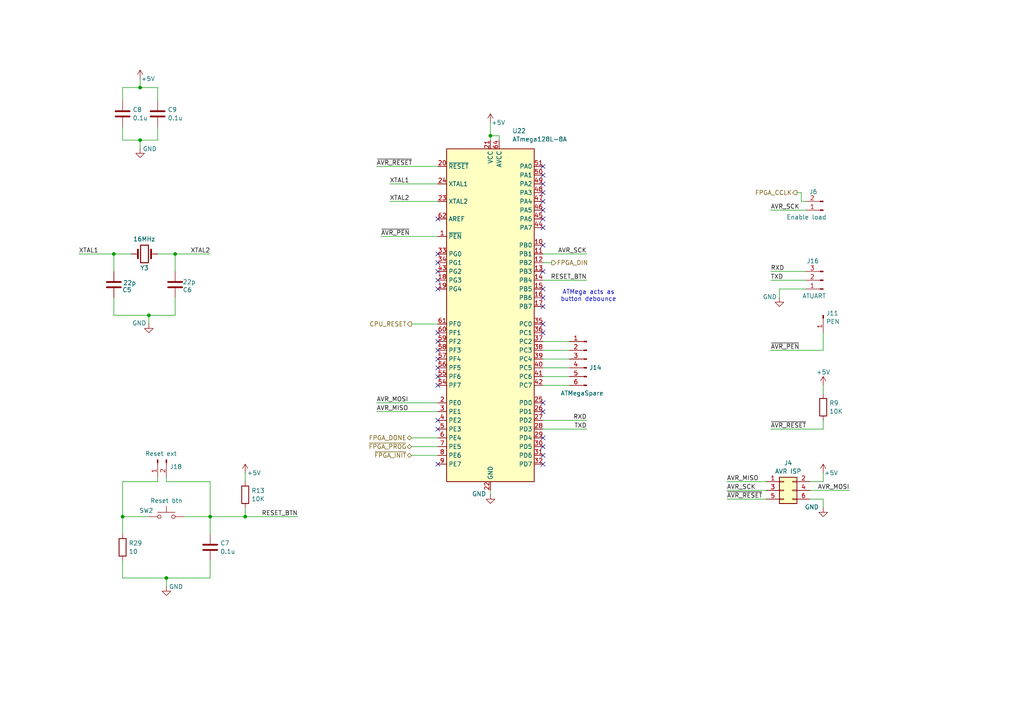
<source format=kicad_sch>
(kicad_sch (version 20250114) (generator "eeschema") (generator_version "9.0")
  (paper "A4")
  (title_block (title "486 Homebrew Computer") (date "2025-12-15") (rev "1 (sch 2.0)") (company "maniek86.xyz"))
  (lib_symbols
    (symbol "Connector:Conn_01x01_Pin" (pin_names (offset 1.016) (hide yes))
      (property "Reference" "J" (at 0 2.54 0))
      (property "Value" "Conn_01x01_Pin" (at 0 -2.54 0))
      (symbol "Conn_01x01_Pin_1_1"
        (rectangle (start 0.8636 0.127) (end 0 -0.127) (stroke (width 0.1524)) (fill (type outline)))
        (polyline (pts (xy 1.27 0) (xy 0.8636 0)) (stroke (width 0.1524)))
        (pin passive line (at 5.08 0 180) (length 3.81) (name "Pin_1") (number "1"))
      )
    )
    (symbol "Connector:Conn_01x02_Pin" (pin_names (offset 1.016) (hide yes))
      (property "Reference" "J" (at 0 2.54 0))
      (property "Value" "Conn_01x02_Pin" (at 0 -5.08 0))
      (symbol "Conn_01x02_Pin_1_1"
        (rectangle (start 0.8636 0.127) (end 0 -0.127) (stroke (width 0.1524)) (fill (type outline)))
        (rectangle (start 0.8636 -2.413) (end 0 -2.667) (stroke (width 0.1524)) (fill (type outline)))
        (polyline (pts (xy 1.27 0) (xy 0.8636 0)) (stroke (width 0.1524)))
        (polyline (pts (xy 1.27 -2.54) (xy 0.8636 -2.54)) (stroke (width 0.1524)))
        (pin passive line (at 5.08 0 180) (length 3.81) (name "Pin_1") (number "1"))
        (pin passive line (at 5.08 -2.54 180) (length 3.81) (name "Pin_2") (number "2"))
      )
    )
    (symbol "Connector:Conn_01x03_Pin" (pin_names (offset 1.016) (hide yes))
      (property "Reference" "J" (at 0 5.08 0))
      (property "Value" "Conn_01x03_Pin" (at 0 -5.08 0))
      (symbol "Conn_01x03_Pin_1_1"
        (rectangle (start 0.8636 2.667) (end 0 2.413) (stroke (width 0.1524)) (fill (type outline)))
        (rectangle (start 0.8636 0.127) (end 0 -0.127) (stroke (width 0.1524)) (fill (type outline)))
        (rectangle (start 0.8636 -2.413) (end 0 -2.667) (stroke (width 0.1524)) (fill (type outline)))
        (polyline (pts (xy 1.27 2.54) (xy 0.8636 2.54)) (stroke (width 0.1524)))
        (polyline (pts (xy 1.27 0) (xy 0.8636 0)) (stroke (width 0.1524)))
        (polyline (pts (xy 1.27 -2.54) (xy 0.8636 -2.54)) (stroke (width 0.1524)))
        (pin passive line (at 5.08 2.54 180) (length 3.81) (name "Pin_1") (number "1"))
        (pin passive line (at 5.08 0 180) (length 3.81) (name "Pin_2") (number "2"))
        (pin passive line (at 5.08 -2.54 180) (length 3.81) (name "Pin_3") (number "3"))
      )
    )
    (symbol "Connector:Conn_01x06_Pin" (pin_names (offset 1.016) (hide yes))
      (property "Reference" "J" (at 0 7.62 0))
      (property "Value" "Conn_01x06_Pin" (at 0 -10.16 0))
      (symbol "Conn_01x06_Pin_1_1"
        (rectangle (start 0.8636 5.207) (end 0 4.953) (stroke (width 0.1524)) (fill (type outline)))
        (rectangle (start 0.8636 2.667) (end 0 2.413) (stroke (width 0.1524)) (fill (type outline)))
        (rectangle (start 0.8636 0.127) (end 0 -0.127) (stroke (width 0.1524)) (fill (type outline)))
        (rectangle (start 0.8636 -2.413) (end 0 -2.667) (stroke (width 0.1524)) (fill (type outline)))
        (rectangle (start 0.8636 -4.953) (end 0 -5.207) (stroke (width 0.1524)) (fill (type outline)))
        (rectangle (start 0.8636 -7.493) (end 0 -7.747) (stroke (width 0.1524)) (fill (type outline)))
        (polyline (pts (xy 1.27 5.08) (xy 0.8636 5.08)) (stroke (width 0.1524)))
        (polyline (pts (xy 1.27 2.54) (xy 0.8636 2.54)) (stroke (width 0.1524)))
        (polyline (pts (xy 1.27 0) (xy 0.8636 0)) (stroke (width 0.1524)))
        (polyline (pts (xy 1.27 -2.54) (xy 0.8636 -2.54)) (stroke (width 0.1524)))
        (polyline (pts (xy 1.27 -5.08) (xy 0.8636 -5.08)) (stroke (width 0.1524)))
        (polyline (pts (xy 1.27 -7.62) (xy 0.8636 -7.62)) (stroke (width 0.1524)))
        (pin passive line (at 5.08 5.08 180) (length 3.81) (name "Pin_1") (number "1"))
        (pin passive line (at 5.08 2.54 180) (length 3.81) (name "Pin_2") (number "2"))
        (pin passive line (at 5.08 0 180) (length 3.81) (name "Pin_3") (number "3"))
        (pin passive line (at 5.08 -2.54 180) (length 3.81) (name "Pin_4") (number "4"))
        (pin passive line (at 5.08 -5.08 180) (length 3.81) (name "Pin_5") (number "5"))
        (pin passive line (at 5.08 -7.62 180) (length 3.81) (name "Pin_6") (number "6"))
      )
    )
    (symbol "Connector_Generic:Conn_02x03_Odd_Even" (pin_names (offset 1.016) (hide yes))
      (property "Reference" "J" (at 1.27 5.08 0))
      (property "Value" "Conn_02x03_Odd_Even" (at 1.27 -5.08 0))
      (symbol "Conn_02x03_Odd_Even_1_1"
        (rectangle (start -1.27 3.81) (end 3.81 -3.81) (stroke (width 0.254)) (fill (type background)))
        (rectangle (start -1.27 2.667) (end 0 2.413) (stroke (width 0.1524)))
        (rectangle (start -1.27 0.127) (end 0 -0.127) (stroke (width 0.1524)))
        (rectangle (start -1.27 -2.413) (end 0 -2.667) (stroke (width 0.1524)))
        (rectangle (start 3.81 2.667) (end 2.54 2.413) (stroke (width 0.1524)))
        (rectangle (start 3.81 0.127) (end 2.54 -0.127) (stroke (width 0.1524)))
        (rectangle (start 3.81 -2.413) (end 2.54 -2.667) (stroke (width 0.1524)))
        (pin passive line (at -5.08 2.54 0) (length 3.81) (name "Pin_1") (number "1"))
        (pin passive line (at -5.08 0 0) (length 3.81) (name "Pin_3") (number "3"))
        (pin passive line (at -5.08 -2.54 0) (length 3.81) (name "Pin_5") (number "5"))
        (pin passive line (at 7.62 2.54 180) (length 3.81) (name "Pin_2") (number "2"))
        (pin passive line (at 7.62 0 180) (length 3.81) (name "Pin_4") (number "4"))
        (pin passive line (at 7.62 -2.54 180) (length 3.81) (name "Pin_6") (number "6"))
      )
    )
    (symbol "Device:C" (pin_numbers (hide yes)) (pin_names (offset 0.254))
      (property "Reference" "C" (at 0.635 2.54 0))
      (property "Value" "C" (at 0.635 -2.54 0))
      (symbol "C_0_1"
        (polyline (pts (xy -2.032 0.762) (xy 2.032 0.762)) (stroke (width 0.508)))
        (polyline (pts (xy -2.032 -0.762) (xy 2.032 -0.762)) (stroke (width 0.508)))
      )
      (symbol "C_1_1"
        (pin passive line (at 0 3.81 270) (length 2.794) (name "~") (number "1"))
        (pin passive line (at 0 -3.81 90) (length 2.794) (name "~") (number "2"))
      )
    )
    (symbol "Device:Crystal" (pin_numbers (hide yes)) (pin_names (offset 1.016) (hide yes))
      (property "Reference" "Y" (at 0 3.81 0))
      (property "Value" "Crystal" (at 0 -3.81 0))
      (symbol "Crystal_0_1"
        (polyline (pts (xy -2.54 0) (xy -1.905 0)))
        (polyline (pts (xy -1.905 -1.27) (xy -1.905 1.27)) (stroke (width 0.508)))
        (rectangle (start -1.143 2.54) (end 1.143 -2.54) (stroke (width 0.3048)))
        (polyline (pts (xy 1.905 -1.27) (xy 1.905 1.27)) (stroke (width 0.508)))
        (polyline (pts (xy 2.54 0) (xy 1.905 0)))
      )
      (symbol "Crystal_1_1"
        (pin passive line (at -3.81 0 0) (length 1.27) (name "1") (number "1"))
        (pin passive line (at 3.81 0 180) (length 1.27) (name "2") (number "2"))
      )
    )
    (symbol "Device:R" (pin_numbers (hide yes)) (pin_names (offset 0))
      (property "Reference" "R" (at 2.032 0 90))
      (property "Value" "R" (at 0 0 90))
      (symbol "R_0_1"
        (rectangle (start -1.016 -2.54) (end 1.016 2.54) (stroke (width 0.254)))
      )
      (symbol "R_1_1"
        (pin passive line (at 0 3.81 270) (length 1.27) (name "~") (number "1"))
        (pin passive line (at 0 -3.81 90) (length 1.27) (name "~") (number "2"))
      )
    )
    (symbol "MCU_Microchip_ATmega:ATmega128L-8A"
      (property "Reference" "U" (at -12.7 49.53 0))
      (property "Value" "ATmega128L-8A" (at 2.54 -49.53 0))
      (symbol "ATmega128L-8A_0_1"
        (rectangle (start -12.7 -48.26) (end 12.7 48.26) (stroke (width 0.254)) (fill (type background)))
      )
      (symbol "ATmega128L-8A_1_1"
        (pin input line (at -15.24 43.18 0) (length 2.54) (name "~{RESET}") (number "20"))
        (pin input line (at -15.24 38.1 0) (length 2.54) (name "XTAL1") (number "24"))
        (pin output line (at -15.24 33.02 0) (length 2.54) (name "XTAL2") (number "23"))
        (pin passive line (at -15.24 27.94 0) (length 2.54) (name "AREF") (number "62"))
        (pin input line (at -15.24 22.86 0) (length 2.54) (name "~{PEN}") (number "1"))
        (pin bidirectional line (at -15.24 17.78 0) (length 2.54) (name "PG0") (number "33"))
        (pin bidirectional line (at -15.24 15.24 0) (length 2.54) (name "PG1") (number "34"))
        (pin bidirectional line (at -15.24 12.7 0) (length 2.54) (name "PG2") (number "43"))
        (pin bidirectional line (at -15.24 10.16 0) (length 2.54) (name "PG3") (number "18"))
        (pin bidirectional line (at -15.24 7.62 0) (length 2.54) (name "PG4") (number "19"))
        (pin bidirectional line (at -15.24 -2.54 0) (length 2.54) (name "PF0") (number "61"))
        (pin bidirectional line (at -15.24 -5.08 0) (length 2.54) (name "PF1") (number "60"))
        (pin bidirectional line (at -15.24 -7.62 0) (length 2.54) (name "PF2") (number "59"))
        (pin bidirectional line (at -15.24 -10.16 0) (length 2.54) (name "PF3") (number "58"))
        (pin bidirectional line (at -15.24 -12.7 0) (length 2.54) (name "PF4") (number "57"))
        (pin bidirectional line (at -15.24 -15.24 0) (length 2.54) (name "PF5") (number "56"))
        (pin bidirectional line (at -15.24 -17.78 0) (length 2.54) (name "PF6") (number "55"))
        (pin bidirectional line (at -15.24 -20.32 0) (length 2.54) (name "PF7") (number "54"))
        (pin bidirectional line (at -15.24 -25.4 0) (length 2.54) (name "PE0") (number "2"))
        (pin bidirectional line (at -15.24 -27.94 0) (length 2.54) (name "PE1") (number "3"))
        (pin bidirectional line (at -15.24 -30.48 0) (length 2.54) (name "PE2") (number "4"))
        (pin bidirectional line (at -15.24 -33.02 0) (length 2.54) (name "PE3") (number "5"))
        (pin bidirectional line (at -15.24 -35.56 0) (length 2.54) (name "PE4") (number "6"))
        (pin bidirectional line (at -15.24 -38.1 0) (length 2.54) (name "PE5") (number "7"))
        (pin bidirectional line (at -15.24 -40.64 0) (length 2.54) (name "PE6") (number "8"))
        (pin bidirectional line (at -15.24 -43.18 0) (length 2.54) (name "PE7") (number "9"))
        (pin power_in line (at 0 50.8 270) (length 2.54) (name "VCC") (number "21"))
        (pin passive line (at 0 50.8 270) (length 2.54) (hide yes) (name "VCC") (number "52"))
        (pin power_in line (at 0 -50.8 90) (length 2.54) (name "GND") (number "22"))
        (pin passive line (at 0 -50.8 90) (length 2.54) (hide yes) (name "GND") (number "53"))
        (pin passive line (at 0 -50.8 90) (length 2.54) (hide yes) (name "GND") (number "63"))
        (pin power_in line (at 2.54 50.8 270) (length 2.54) (name "AVCC") (number "64"))
        (pin bidirectional line (at 15.24 43.18 180) (length 2.54) (name "PA0") (number "51"))
        (pin bidirectional line (at 15.24 40.64 180) (length 2.54) (name "PA1") (number "50"))
        (pin bidirectional line (at 15.24 38.1 180) (length 2.54) (name "PA2") (number "49"))
        (pin bidirectional line (at 15.24 35.56 180) (length 2.54) (name "PA3") (number "48"))
        (pin bidirectional line (at 15.24 33.02 180) (length 2.54) (name "PA4") (number "47"))
        (pin bidirectional line (at 15.24 30.48 180) (length 2.54) (name "PA5") (number "46"))
        (pin bidirectional line (at 15.24 27.94 180) (length 2.54) (name "PA6") (number "45"))
        (pin bidirectional line (at 15.24 25.4 180) (length 2.54) (name "PA7") (number "44"))
        (pin bidirectional line (at 15.24 20.32 180) (length 2.54) (name "PB0") (number "10"))
        (pin bidirectional line (at 15.24 17.78 180) (length 2.54) (name "PB1") (number "11"))
        (pin bidirectional line (at 15.24 15.24 180) (length 2.54) (name "PB2") (number "12"))
        (pin bidirectional line (at 15.24 12.7 180) (length 2.54) (name "PB3") (number "13"))
        (pin bidirectional line (at 15.24 10.16 180) (length 2.54) (name "PB4") (number "14"))
        (pin bidirectional line (at 15.24 7.62 180) (length 2.54) (name "PB5") (number "15"))
        (pin bidirectional line (at 15.24 5.08 180) (length 2.54) (name "PB6") (number "16"))
        (pin bidirectional line (at 15.24 2.54 180) (length 2.54) (name "PB7") (number "17"))
        (pin bidirectional line (at 15.24 -2.54 180) (length 2.54) (name "PC0") (number "35"))
        (pin bidirectional line (at 15.24 -5.08 180) (length 2.54) (name "PC1") (number "36"))
        (pin bidirectional line (at 15.24 -7.62 180) (length 2.54) (name "PC2") (number "37"))
        (pin bidirectional line (at 15.24 -10.16 180) (length 2.54) (name "PC3") (number "38"))
        (pin bidirectional line (at 15.24 -12.7 180) (length 2.54) (name "PC4") (number "39"))
        (pin bidirectional line (at 15.24 -15.24 180) (length 2.54) (name "PC5") (number "40"))
        (pin bidirectional line (at 15.24 -17.78 180) (length 2.54) (name "PC6") (number "41"))
        (pin bidirectional line (at 15.24 -20.32 180) (length 2.54) (name "PC7") (number "42"))
        (pin bidirectional line (at 15.24 -25.4 180) (length 2.54) (name "PD0") (number "25"))
        (pin bidirectional line (at 15.24 -27.94 180) (length 2.54) (name "PD1") (number "26"))
        (pin bidirectional line (at 15.24 -30.48 180) (length 2.54) (name "PD2") (number "27"))
        (pin bidirectional line (at 15.24 -33.02 180) (length 2.54) (name "PD3") (number "28"))
        (pin bidirectional line (at 15.24 -35.56 180) (length 2.54) (name "PD4") (number "29"))
        (pin bidirectional line (at 15.24 -38.1 180) (length 2.54) (name "PD5") (number "30"))
        (pin bidirectional line (at 15.24 -40.64 180) (length 2.54) (name "PD6") (number "31"))
        (pin bidirectional line (at 15.24 -43.18 180) (length 2.54) (name "PD7") (number "32"))
      )
    )
    (symbol "Switch:SW_Push" (pin_numbers (hide yes)) (pin_names (offset 1.016) (hide yes))
      (property "Reference" "SW" (at 1.27 2.54 0))
      (property "Value" "SW_Push" (at 0 -1.524 0))
      (symbol "SW_Push_0_1"
        (circle (center -2.032 0) (radius 0.508))
        (polyline (pts (xy 0 1.27) (xy 0 3.048)))
        (circle (center 2.032 0) (radius 0.508))
        (polyline (pts (xy 2.54 1.27) (xy -2.54 1.27)))
        (pin passive line (at -5.08 0 0) (length 2.54) (name "1") (number "1"))
        (pin passive line (at 5.08 0 180) (length 2.54) (name "2") (number "2"))
      )
    )
    (symbol "power:+5V" (power) (pin_numbers (hide yes)) (pin_names (offset 0) (hide yes))
      (property "Value" "+5V" (at 0 3.556 0))
      (symbol "+5V_0_1"
        (polyline (pts (xy -0.762 1.27) (xy 0 2.54)))
        (polyline (pts (xy 0 2.54) (xy 0.762 1.27)))
        (polyline (pts (xy 0 0) (xy 0 2.54)))
      )
      (symbol "+5V_1_1"
        (pin power_in line (at 0 0 90) (length 0) (name "~") (number "1"))
      )
    )
    (symbol "power:GND" (power) (pin_numbers (hide yes)) (pin_names (offset 0) (hide yes))
      (property "Value" "GND" (at 0 -3.81 0))
      (symbol "GND_0_1"
        (polyline (pts (xy 0 0) (xy 0 -1.27) (xy 1.27 -1.27) (xy 0 -2.54) (xy -1.27 -1.27) (xy 0 -1.27)))
      )
      (symbol "GND_1_1"
        (pin power_in line (at 0 0 270) (length 0) (name "~") (number "1"))
      )
    )
  )
  (text "ATMega acts as\nbutton debounce" (at 170.688 85.852 0) (effects (font (size 1.27 1.27))))
  (junction (at 40.64 25.4))
  (junction (at 71.12 149.86))
  (junction (at 40.64 40.64))
  (junction (at 60.96 149.86))
  (junction (at 50.8 73.66))
  (junction (at 48.26 167.64))
  (junction (at 142.24 39.37))
  (junction (at 35.56 149.86))
  (junction (at 33.02 73.66))
  (junction (at 43.18 91.44))
  (no_connect (at 157.48 53.34))
  (no_connect (at 157.48 88.9))
  (no_connect (at 157.48 66.04))
  (no_connect (at 157.48 127))
  (no_connect (at 127 101.6))
  (no_connect (at 157.48 116.84))
  (no_connect (at 157.48 63.5))
  (no_connect (at 127 109.22))
  (no_connect (at 127 106.68))
  (no_connect (at 157.48 55.88))
  (no_connect (at 127 121.92))
  (no_connect (at 157.48 119.38))
  (no_connect (at 157.48 96.52))
  (no_connect (at 127 73.66))
  (no_connect (at 127 83.82))
  (no_connect (at 157.48 93.98))
  (no_connect (at 157.48 132.08))
  (no_connect (at 127 81.28))
  (no_connect (at 157.48 83.82))
  (no_connect (at 157.48 50.8))
  (no_connect (at 157.48 60.96))
  (no_connect (at 127 104.14))
  (no_connect (at 157.48 71.12))
  (no_connect (at 127 124.46))
  (no_connect (at 127 96.52))
  (no_connect (at 157.48 78.74))
  (no_connect (at 127 134.62))
  (no_connect (at 127 63.5))
  (no_connect (at 157.48 48.26))
  (no_connect (at 127 111.76))
  (no_connect (at 157.48 134.62))
  (no_connect (at 127 99.06))
  (no_connect (at 157.48 129.54))
  (no_connect (at 157.48 58.42))
  (no_connect (at 127 76.2))
  (no_connect (at 127 78.74))
  (no_connect (at 157.48 86.36))
  (wire (pts (xy 142.24 39.37) (xy 144.78 39.37)))
  (wire (pts (xy 238.76 121.92) (xy 238.76 124.46)))
  (wire (pts (xy 45.72 36.83) (xy 45.72 40.64)))
  (wire (pts (xy 71.12 149.86) (xy 86.36 149.86)))
  (wire (pts (xy 210.82 144.78) (xy 222.25 144.78)))
  (wire (pts (xy 45.72 73.66) (xy 50.8 73.66)))
  (wire (pts (xy 223.52 101.6) (xy 238.76 101.6)))
  (wire (pts (xy 113.03 53.34) (xy 127 53.34)))
  (wire (pts (xy 157.48 76.2) (xy 160.02 76.2)))
  (wire (pts (xy 142.24 35.56) (xy 142.24 39.37)))
  (wire (pts (xy 223.52 124.46) (xy 238.76 124.46)))
  (wire (pts (xy 119.38 127) (xy 127 127)))
  (wire (pts (xy 234.95 139.7) (xy 238.76 139.7)))
  (wire (pts (xy 33.02 91.44) (xy 33.02 86.36)))
  (wire (pts (xy 43.18 91.44) (xy 33.02 91.44)))
  (wire (pts (xy 231.14 55.88) (xy 232.41 55.88)))
  (wire (pts (xy 35.56 36.83) (xy 35.56 40.64)))
  (wire (pts (xy 226.06 83.82) (xy 226.06 86.36)))
  (wire (pts (xy 109.22 48.26) (xy 127 48.26)))
  (wire (pts (xy 157.48 124.46) (xy 170.18 124.46)))
  (wire (pts (xy 142.24 39.37) (xy 142.24 40.64)))
  (wire (pts (xy 157.48 73.66) (xy 170.18 73.66)))
  (wire (pts (xy 232.41 55.88) (xy 232.41 58.42)))
  (wire (pts (xy 53.34 149.86) (xy 60.96 149.86)))
  (wire (pts (xy 165.1 101.6) (xy 157.48 101.6)))
  (wire (pts (xy 48.26 167.64) (xy 60.96 167.64)))
  (wire (pts (xy 35.56 162.56) (xy 35.56 167.64)))
  (wire (pts (xy 157.48 121.92) (xy 170.18 121.92)))
  (wire (pts (xy 40.64 22.86) (xy 40.64 25.4)))
  (wire (pts (xy 234.95 142.24) (xy 246.38 142.24)))
  (wire (pts (xy 109.22 119.38) (xy 127 119.38)))
  (wire (pts (xy 33.02 78.74) (xy 33.02 73.66)))
  (wire (pts (xy 35.56 149.86) (xy 35.56 154.94)))
  (wire (pts (xy 50.8 78.74) (xy 50.8 73.66)))
  (wire (pts (xy 223.52 81.28) (xy 233.68 81.28)))
  (wire (pts (xy 223.52 60.96) (xy 233.68 60.96)))
  (wire (pts (xy 48.26 170.18) (xy 48.26 167.64)))
  (wire (pts (xy 234.95 144.78) (xy 238.76 144.78)))
  (wire (pts (xy 40.64 40.64) (xy 40.64 43.18)))
  (wire (pts (xy 165.1 111.76) (xy 157.48 111.76)))
  (wire (pts (xy 60.96 162.56) (xy 60.96 167.64)))
  (wire (pts (xy 35.56 25.4) (xy 40.64 25.4)))
  (wire (pts (xy 40.64 40.64) (xy 35.56 40.64)))
  (wire (pts (xy 45.72 139.7) (xy 35.56 139.7)))
  (wire (pts (xy 144.78 39.37) (xy 144.78 40.64)))
  (wire (pts (xy 45.72 138.43) (xy 45.72 139.7)))
  (wire (pts (xy 50.8 91.44) (xy 50.8 86.36)))
  (wire (pts (xy 60.96 139.7) (xy 60.96 149.86)))
  (wire (pts (xy 43.18 91.44) (xy 50.8 91.44)))
  (wire (pts (xy 60.96 149.86) (xy 60.96 154.94)))
  (wire (pts (xy 40.64 25.4) (xy 45.72 25.4)))
  (wire (pts (xy 109.22 116.84) (xy 127 116.84)))
  (wire (pts (xy 142.24 142.24) (xy 142.24 143.51)))
  (wire (pts (xy 48.26 139.7) (xy 60.96 139.7)))
  (wire (pts (xy 50.8 73.66) (xy 60.96 73.66)))
  (wire (pts (xy 238.76 137.16) (xy 238.76 139.7)))
  (wire (pts (xy 119.38 129.54) (xy 127 129.54)))
  (wire (pts (xy 71.12 137.16) (xy 71.12 139.7)))
  (wire (pts (xy 210.82 142.24) (xy 222.25 142.24)))
  (wire (pts (xy 238.76 111.76) (xy 238.76 114.3)))
  (wire (pts (xy 233.68 83.82) (xy 226.06 83.82)))
  (wire (pts (xy 60.96 149.86) (xy 71.12 149.86)))
  (wire (pts (xy 43.18 93.98) (xy 43.18 91.44)))
  (wire (pts (xy 238.76 144.78) (xy 238.76 147.32)))
  (wire (pts (xy 40.64 40.64) (xy 45.72 40.64)))
  (wire (pts (xy 22.86 73.66) (xy 33.02 73.66)))
  (wire (pts (xy 165.1 109.22) (xy 157.48 109.22)))
  (wire (pts (xy 157.48 81.28) (xy 170.18 81.28)))
  (wire (pts (xy 35.56 139.7) (xy 35.56 149.86)))
  (wire (pts (xy 35.56 25.4) (xy 35.56 29.21)))
  (wire (pts (xy 35.56 149.86) (xy 43.18 149.86)))
  (wire (pts (xy 35.56 167.64) (xy 48.26 167.64)))
  (wire (pts (xy 232.41 58.42) (xy 233.68 58.42)))
  (wire (pts (xy 119.38 93.98) (xy 127 93.98)))
  (wire (pts (xy 110.49 68.58) (xy 127 68.58)))
  (wire (pts (xy 113.03 58.42) (xy 127 58.42)))
  (wire (pts (xy 165.1 106.68) (xy 157.48 106.68)))
  (wire (pts (xy 48.26 138.43) (xy 48.26 139.7)))
  (wire (pts (xy 223.52 78.74) (xy 233.68 78.74)))
  (wire (pts (xy 45.72 25.4) (xy 45.72 29.21)))
  (wire (pts (xy 119.38 132.08) (xy 127 132.08)))
  (wire (pts (xy 165.1 99.06) (xy 157.48 99.06)))
  (wire (pts (xy 210.82 139.7) (xy 222.25 139.7)))
  (wire (pts (xy 165.1 104.14) (xy 157.48 104.14)))
  (wire (pts (xy 33.02 73.66) (xy 38.1 73.66)))
  (wire (pts (xy 71.12 147.32) (xy 71.12 149.86)))
  (wire (pts (xy 238.76 96.52) (xy 238.76 101.6)))
  (label "RXD" (at 170.18 121.92 180))
  (label "RXD" (at 223.52 78.74 0))
  (label "XTAL2" (at 60.96 73.66 180))
  (label "TXD" (at 223.52 81.28 0))
  (label "AVR_MOSI" (at 246.38 142.24 180))
  (label "~{AVR_PEN}" (at 223.52 101.6 0))
  (label "AVR_SCK" (at 223.52 60.96 0))
  (label "RESET_BTN" (at 170.18 81.28 180))
  (label "~{AVR_RESET}" (at 223.52 124.46 0))
  (label "~{AVR_RESET}" (at 210.82 144.78 0))
  (label "AVR_MOSI" (at 109.22 116.84 0))
  (label "AVR_MISO" (at 210.82 139.7 0))
  (label "XTAL1" (at 113.03 53.34 0))
  (label "AVR_SCK" (at 170.18 73.66 180))
  (label "~{AVR_PEN}" (at 110.49 68.58 0))
  (label "RESET_BTN" (at 86.36 149.86 180))
  (label "AVR_MISO" (at 109.22 119.38 0))
  (label "AVR_SCK" (at 210.82 142.24 0))
  (label "TXD" (at 170.18 124.46 180))
  (label "XTAL2" (at 113.03 58.42 0))
  (label "~{AVR_RESET}" (at 109.22 48.26 0))
  (label "XTAL1" (at 22.86 73.66 0))
  (hierarchical_label "~{FPGA_PROG}" (shape bidirectional) (at 119.38 129.54 180))
  (hierarchical_label "~{FPGA_INIT}" (shape bidirectional) (at 119.38 132.08 180))
  (hierarchical_label "FPGA_DIN" (shape output) (at 160.02 76.2 0))
  (hierarchical_label "CPU_RESET" (shape output) (at 119.38 93.98 180))
  (hierarchical_label "FPGA_DONE" (shape bidirectional) (at 119.38 127 180))
  (hierarchical_label "FPGA_CCLK" (shape output) (at 231.14 55.88 180))
  (symbol (lib_id "Device:C") (at 33.02 82.55 180) (unit 1)
    (property "Reference" "C5" (at 36.83 84.074 0))
    (property "Value" "22p" (at 37.592 82.042 0))
    (property "Footprint" "Capacitor_SMD:C_0805_2012Metric_Pad1.18x1.45mm_HandSolder" (effects (hide yes)))
    (property "Description" "Unpolarized capacitor" (effects (hide yes)))
  )
  (symbol (lib_id "power:+5V") (at 238.76 137.16 0) (unit 1)
    (property "Reference" "#PWR076" (effects (hide yes)))
    (property "Value" "+5V" (at 241.046 137.16 0))
    (property "Description" "Power symbol creates a global label with name \"+5V\"" (effects (hide yes)))
  )
  (symbol (lib_id "power:GND") (at 48.26 170.18 0) (unit 1)
    (property "Reference" "#PWR097" (effects (hide yes)))
    (property "Value" "GND" (at 51.054 170.18 0))
    (property "Description" "Power symbol creates a global label with name \"GND\" , ground" (effects (hide yes)))
  )
  (symbol (lib_id "Device:R") (at 35.56 158.75 0) (unit 1)
    (property "Reference" "R29" (at 37.338 157.5378 0) (effects (justify left)))
    (property "Value" "10" (at 37.338 159.9621 0) (effects (justify left)))
    (property "Footprint" "Resistor_SMD:R_0805_2012Metric_Pad1.20x1.40mm_HandSolder" (effects (hide yes)))
    (property "Description" "Resistor" (effects (hide yes)))
  )
  (symbol (lib_id "power:GND") (at 43.18 93.98 0) (unit 1)
    (property "Reference" "#PWR073" (effects (hide yes)))
    (property "Value" "GND" (at 40.386 93.726 0))
    (property "Description" "Power symbol creates a global label with name \"GND\" , ground" (effects (hide yes)))
  )
  (symbol (lib_id "Device:Crystal") (at 41.91 73.66 0) (unit 1)
    (property "Reference" "Y3" (at 40.64 77.724 0) (effects (justify left)))
    (property "Value" "16MHz" (at 38.608 69.342 0) (effects (justify left)))
    (property "Footprint" "Crystal:Crystal_HC49-4H_Vertical" (effects (hide yes)))
    (property "Description" "Two pin crystal" (effects (hide yes)))
  )
  (symbol (lib_id "Connector:Conn_01x02_Pin") (at 45.72 133.35 90) (mirror x) (unit 1)
    (property "Reference" "J18" (at 52.832 135.382 90) (effects (justify left)))
    (property "Value" "Reset ext" (at 51.308 131.572 90) (effects (justify left)))
    (property "Footprint" "Connector_PinHeader_2.54mm:PinHeader_1x02_P2.54mm_Vertical" (effects (hide yes)))
    (property "Description" "Generic connector, single row, 01x02, script generated" (effects (hide yes)))
  )
  (symbol (lib_id "Device:C") (at 60.96 158.75 0) (unit 1)
    (property "Reference" "C7" (at 63.881 157.5378 0) (effects (justify left)))
    (property "Value" "0.1u" (at 63.881 159.9621 0) (effects (justify left)))
    (property "Footprint" "Capacitor_SMD:C_0805_2012Metric_Pad1.18x1.45mm_HandSolder" (effects (hide yes)))
    (property "Description" "Unpolarized capacitor" (effects (hide yes)))
  )
  (symbol (lib_id "power:+5V") (at 71.12 137.16 0) (unit 1)
    (property "Reference" "#PWR098" (effects (hide yes)))
    (property "Value" "+5V" (at 73.66 137.16 0))
    (property "Description" "Power symbol creates a global label with name \"+5V\"" (effects (hide yes)))
  )
  (symbol (lib_id "power:+5V") (at 40.64 22.86 0) (unit 1)
    (property "Reference" "#PWR0172" (effects (hide yes)))
    (property "Value" "+5V" (at 42.926 22.86 0))
    (property "Description" "Power symbol creates a global label with name \"+5V\"" (effects (hide yes)))
  )
  (symbol (lib_id "power:+5V") (at 142.24 35.56 0) (unit 1)
    (property "Reference" "#PWR072" (effects (hide yes)))
    (property "Value" "+5V" (at 144.526 35.56 0))
    (property "Description" "Power symbol creates a global label with name \"+5V\"" (effects (hide yes)))
  )
  (symbol (lib_id "Connector:Conn_01x01_Pin") (at 238.76 91.44 270) (unit 1)
    (property "Reference" "J11" (at 239.5982 90.8628 90) (effects (justify left)))
    (property "Value" "PEN" (at 239.5982 93.2871 90) (effects (justify left)))
    (property "Footprint" "Connector_PinHeader_2.54mm:PinHeader_1x01_P2.54mm_Vertical" (effects (hide yes)))
    (property "Description" "Generic connector, single row, 01x01, script generated" (effects (hide yes)))
  )
  (symbol (lib_id "Device:R") (at 71.12 143.51 0) (unit 1)
    (property "Reference" "R13" (at 72.898 142.2978 0) (effects (justify left)))
    (property "Value" "10K" (at 72.898 144.7221 0) (effects (justify left)))
    (property "Footprint" "Resistor_SMD:R_0805_2012Metric_Pad1.20x1.40mm_HandSolder" (effects (hide yes)))
    (property "Description" "Resistor" (effects (hide yes)))
  )
  (symbol (lib_id "Connector:Conn_01x03_Pin") (at 238.76 81.28 180) (unit 1)
    (property "Reference" "J16" (at 233.934 75.692 0) (effects (justify right)))
    (property "Value" "ATUART" (at 232.664 85.852 0) (effects (justify right)))
    (property "Footprint" "Connector_PinHeader_2.54mm:PinHeader_1x03_P2.54mm_Vertical" (effects (hide yes)))
    (property "Description" "Generic connector, single row, 01x03, script generated" (effects (hide yes)))
  )
  (symbol (lib_id "Connector_Generic:Conn_02x03_Odd_Even") (at 227.33 142.24 0) (unit 1)
    (property "Reference" "J4" (at 228.6 134.2855 0))
    (property "Value" "AVR ISP" (at 228.6 136.7098 0))
    (property "Footprint" "Connector_PinHeader_2.54mm:PinHeader_2x03_P2.54mm_Vertical" (effects (hide yes)))
    (property "Description" "Generic connector, double row, 02x03, odd/even pin numbering scheme (row 1 odd numbers, row 2 even numbers), script generated (kicad-library-utils/schlib/autogen/connector/)" (effects (hide yes)))
  )
  (symbol (lib_id "Device:C") (at 45.72 33.02 180) (unit 1)
    (property "Reference" "C9" (at 48.641 31.8078 0) (effects (justify right)))
    (property "Value" "0.1u" (at 48.641 34.2321 0) (effects (justify right)))
    (property "Footprint" "Capacitor_SMD:C_0805_2012Metric_Pad1.18x1.45mm_HandSolder" (effects (hide yes)))
    (property "Description" "Unpolarized capacitor" (effects (hide yes)))
  )
  (symbol (lib_id "power:GND") (at 226.06 86.36 0) (unit 1)
    (property "Reference" "#PWR087" (effects (hide yes)))
    (property "Value" "GND" (at 223.266 86.106 0))
    (property "Description" "Power symbol creates a global label with name \"GND\" , ground" (effects (hide yes)))
  )
  (symbol (lib_id "power:GND") (at 40.64 43.18 0) (unit 1)
    (property "Reference" "#PWR0108" (effects (hide yes)))
    (property "Value" "GND" (at 43.434 43.18 0))
    (property "Description" "Power symbol creates a global label with name \"GND\" , ground" (effects (hide yes)))
  )
  (symbol (lib_id "power:+5V") (at 238.76 111.76 0) (unit 1)
    (property "Reference" "#PWR074" (effects (hide yes)))
    (property "Value" "+5V" (at 238.76 107.95 0))
    (property "Description" "Power symbol creates a global label with name \"+5V\"" (effects (hide yes)))
  )
  (symbol (lib_id "power:GND") (at 238.76 147.32 0) (unit 1)
    (property "Reference" "#PWR075" (effects (hide yes)))
    (property "Value" "GND" (at 235.458 147.066 0))
    (property "Description" "Power symbol creates a global label with name \"GND\" , ground" (effects (hide yes)))
  )
  (symbol (lib_id "Connector:Conn_01x06_Pin") (at 170.18 104.14 0) (mirror y) (unit 1)
    (property "Reference" "J14" (at 170.8912 106.6222 0) (effects (justify right)))
    (property "Value" "ATMegaSpare" (at 162.56 114.046 0) (effects (justify right)))
    (property "Footprint" "Connector_PinHeader_2.54mm:PinHeader_1x06_P2.54mm_Vertical" (effects (hide yes)))
    (property "Description" "Generic connector, single row, 01x06, script generated" (effects (hide yes)))
  )
  (symbol (lib_id "Switch:SW_Push") (at 48.26 149.86 0) (unit 1)
    (property "Reference" "SW2" (at 42.418 148.082 0))
    (property "Value" "Reset btn" (at 48.26 145.2188 0))
    (property "Footprint" "Button_Switch_THT:SW_PUSH_6mm" (effects (hide yes)))
    (property "Description" "Push button switch, generic, two pins" (effects (hide yes)))
  )
  (symbol (lib_id "Device:C") (at 35.56 33.02 180) (unit 1)
    (property "Reference" "C8" (at 38.481 31.8078 0) (effects (justify right)))
    (property "Value" "0.1u" (at 38.481 34.2321 0) (effects (justify right)))
    (property "Footprint" "Capacitor_SMD:C_0805_2012Metric_Pad1.18x1.45mm_HandSolder" (effects (hide yes)))
    (property "Description" "Unpolarized capacitor" (effects (hide yes)))
  )
  (symbol (lib_id "Device:C") (at 50.8 82.55 180) (unit 1)
    (property "Reference" "C6" (at 54.356 84.074 0))
    (property "Value" "22p" (at 54.864 81.788 0))
    (property "Footprint" "Capacitor_SMD:C_0805_2012Metric_Pad1.18x1.45mm_HandSolder" (effects (hide yes)))
    (property "Description" "Unpolarized capacitor" (effects (hide yes)))
  )
  (symbol (lib_id "Device:R") (at 238.76 118.11 0) (unit 1)
    (property "Reference" "R9" (at 240.538 116.8978 0) (effects (justify left)))
    (property "Value" "10K" (at 240.538 119.3221 0) (effects (justify left)))
    (property "Footprint" "Resistor_SMD:R_0805_2012Metric_Pad1.20x1.40mm_HandSolder" (effects (hide yes)))
    (property "Description" "Resistor" (effects (hide yes)))
  )
  (symbol (lib_id "MCU_Microchip_ATmega:ATmega128L-8A") (at 142.24 91.44 0) (unit 1)
    (property "Reference" "U22" (at 148.59 37.9617 0) (effects (justify left)))
    (property "Value" "ATmega128L-8A" (at 148.59 40.386 0) (effects (justify left)))
    (property "Footprint" "Package_QFP:TQFP-64_14x14mm_P0.8mm" (effects (hide yes)))
    (property "Datasheet" "http://ww1.microchip.com/downloads/en/DeviceDoc/doc2467.pdf" (effects (hide yes)))
    (property "Description" "8MHz, 128kB Flash, 4kB SRAM, 4kB EEPROM, JTAG, TQFP-64" (effects (hide yes)))
  )
  (symbol (lib_id "power:GND") (at 142.24 143.51 0) (unit 1)
    (property "Reference" "#PWR071" (effects (hide yes)))
    (property "Value" "GND" (at 138.938 143.256 0))
    (property "Description" "Power symbol creates a global label with name \"GND\" , ground" (effects (hide yes)))
  )
  (symbol (lib_id "Connector:Conn_01x02_Pin") (at 238.76 60.96 180) (unit 1)
    (property "Reference" "J6" (at 234.696 55.626 0) (effects (justify right)))
    (property "Value" "Enable load" (at 228.092 62.992 0) (effects (justify right)))
    (property "Footprint" "Connector_PinHeader_2.54mm:PinHeader_1x02_P2.54mm_Vertical" (effects (hide yes)))
    (property "Description" "Generic connector, single row, 01x02, script generated" (effects (hide yes)))
  )
)
</source>
